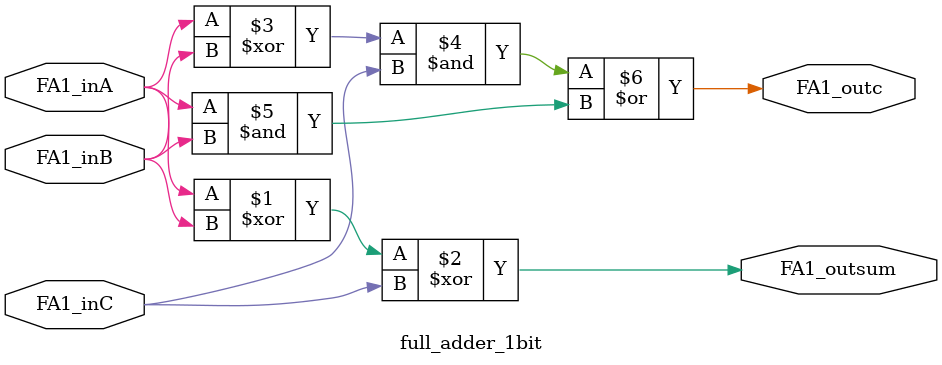
<source format=v>
`timescale 1ns / 1ps


module full_adder_1bit(
    input FA1_inA,
    input FA1_inB,
    input FA1_inC,
    output FA1_outsum,
    output FA1_outc
    );
    assign FA1_outsum = FA1_inA ^ FA1_inB ^ FA1_inC;
    assign FA1_outc = ((FA1_inA ^ FA1_inB) & FA1_inC) | (FA1_inA & FA1_inB);
endmodule

</source>
